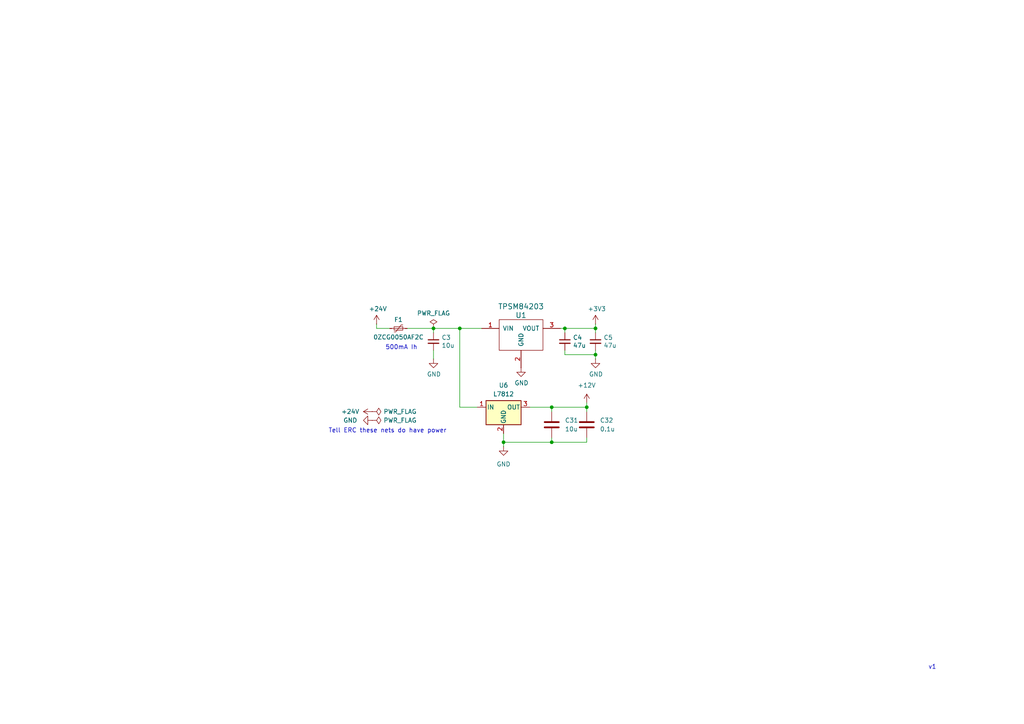
<source format=kicad_sch>
(kicad_sch
	(version 20231120)
	(generator "eeschema")
	(generator_version "8.0")
	(uuid "f06010ec-99bb-4461-8fc4-2d6c6caa8376")
	(paper "A4")
	(lib_symbols
		(symbol "CalSol_power:TPSM84205"
			(pin_names
				(offset 1.016)
			)
			(exclude_from_sim no)
			(in_bom yes)
			(on_board yes)
			(property "Reference" "U"
				(at 0 1.27 0)
				(effects
					(font
						(size 1.524 1.524)
					)
				)
			)
			(property "Value" "TPSM84205"
				(at 0 3.81 0)
				(effects
					(font
						(size 1.524 1.524)
					)
				)
			)
			(property "Footprint" ""
				(at 0 -11.43 0)
				(effects
					(font
						(size 1.524 1.524)
					)
					(hide yes)
				)
			)
			(property "Datasheet" "http://www.ti.com/lit/ds/symlink/tpsm84203.pdf"
				(at 3.81 12.7 0)
				(effects
					(font
						(size 1.524 1.524)
					)
					(hide yes)
				)
			)
			(property "Description" ""
				(at 0 0 0)
				(effects
					(font
						(size 1.27 1.27)
					)
					(hide yes)
				)
			)
			(property "Digikey" "https://www.digikey.com/short/qc2jbc"
				(at 3.81 10.16 0)
				(effects
					(font
						(size 1.524 1.524)
					)
					(hide yes)
				)
			)
			(symbol "TPSM84205_0_1"
				(rectangle
					(start -6.35 0)
					(end 6.35 -8.89)
					(stroke
						(width 0)
						(type solid)
					)
					(fill
						(type none)
					)
				)
			)
			(symbol "TPSM84205_1_1"
				(pin power_in line
					(at -11.43 -2.54 0)
					(length 5.08)
					(name "VIN"
						(effects
							(font
								(size 1.27 1.27)
							)
						)
					)
					(number "1"
						(effects
							(font
								(size 1.27 1.27)
							)
						)
					)
				)
				(pin power_in line
					(at 0 -13.97 90)
					(length 5.08)
					(name "GND"
						(effects
							(font
								(size 1.27 1.27)
							)
						)
					)
					(number "2"
						(effects
							(font
								(size 1.27 1.27)
							)
						)
					)
				)
				(pin power_out line
					(at 11.43 -2.54 180)
					(length 5.08)
					(name "VOUT"
						(effects
							(font
								(size 1.27 1.27)
							)
						)
					)
					(number "3"
						(effects
							(font
								(size 1.27 1.27)
							)
						)
					)
				)
			)
		)
		(symbol "Device:C"
			(pin_numbers hide)
			(pin_names
				(offset 0.254)
			)
			(exclude_from_sim no)
			(in_bom yes)
			(on_board yes)
			(property "Reference" "C"
				(at 0.635 2.54 0)
				(effects
					(font
						(size 1.27 1.27)
					)
					(justify left)
				)
			)
			(property "Value" "C"
				(at 0.635 -2.54 0)
				(effects
					(font
						(size 1.27 1.27)
					)
					(justify left)
				)
			)
			(property "Footprint" ""
				(at 0.9652 -3.81 0)
				(effects
					(font
						(size 1.27 1.27)
					)
					(hide yes)
				)
			)
			(property "Datasheet" "~"
				(at 0 0 0)
				(effects
					(font
						(size 1.27 1.27)
					)
					(hide yes)
				)
			)
			(property "Description" "Unpolarized capacitor"
				(at 0 0 0)
				(effects
					(font
						(size 1.27 1.27)
					)
					(hide yes)
				)
			)
			(property "ki_keywords" "cap capacitor"
				(at 0 0 0)
				(effects
					(font
						(size 1.27 1.27)
					)
					(hide yes)
				)
			)
			(property "ki_fp_filters" "C_*"
				(at 0 0 0)
				(effects
					(font
						(size 1.27 1.27)
					)
					(hide yes)
				)
			)
			(symbol "C_0_1"
				(polyline
					(pts
						(xy -2.032 -0.762) (xy 2.032 -0.762)
					)
					(stroke
						(width 0.508)
						(type default)
					)
					(fill
						(type none)
					)
				)
				(polyline
					(pts
						(xy -2.032 0.762) (xy 2.032 0.762)
					)
					(stroke
						(width 0.508)
						(type default)
					)
					(fill
						(type none)
					)
				)
			)
			(symbol "C_1_1"
				(pin passive line
					(at 0 3.81 270)
					(length 2.794)
					(name "~"
						(effects
							(font
								(size 1.27 1.27)
							)
						)
					)
					(number "1"
						(effects
							(font
								(size 1.27 1.27)
							)
						)
					)
				)
				(pin passive line
					(at 0 -3.81 90)
					(length 2.794)
					(name "~"
						(effects
							(font
								(size 1.27 1.27)
							)
						)
					)
					(number "2"
						(effects
							(font
								(size 1.27 1.27)
							)
						)
					)
				)
			)
		)
		(symbol "Device:C_Small"
			(pin_numbers hide)
			(pin_names
				(offset 0.254) hide)
			(exclude_from_sim no)
			(in_bom yes)
			(on_board yes)
			(property "Reference" "C"
				(at 0.254 1.778 0)
				(effects
					(font
						(size 1.27 1.27)
					)
					(justify left)
				)
			)
			(property "Value" "C_Small"
				(at 0.254 -2.032 0)
				(effects
					(font
						(size 1.27 1.27)
					)
					(justify left)
				)
			)
			(property "Footprint" ""
				(at 0 0 0)
				(effects
					(font
						(size 1.27 1.27)
					)
					(hide yes)
				)
			)
			(property "Datasheet" "~"
				(at 0 0 0)
				(effects
					(font
						(size 1.27 1.27)
					)
					(hide yes)
				)
			)
			(property "Description" "Unpolarized capacitor, small symbol"
				(at 0 0 0)
				(effects
					(font
						(size 1.27 1.27)
					)
					(hide yes)
				)
			)
			(property "ki_keywords" "capacitor cap"
				(at 0 0 0)
				(effects
					(font
						(size 1.27 1.27)
					)
					(hide yes)
				)
			)
			(property "ki_fp_filters" "C_*"
				(at 0 0 0)
				(effects
					(font
						(size 1.27 1.27)
					)
					(hide yes)
				)
			)
			(symbol "C_Small_0_1"
				(polyline
					(pts
						(xy -1.524 -0.508) (xy 1.524 -0.508)
					)
					(stroke
						(width 0.3302)
						(type default)
					)
					(fill
						(type none)
					)
				)
				(polyline
					(pts
						(xy -1.524 0.508) (xy 1.524 0.508)
					)
					(stroke
						(width 0.3048)
						(type default)
					)
					(fill
						(type none)
					)
				)
			)
			(symbol "C_Small_1_1"
				(pin passive line
					(at 0 2.54 270)
					(length 2.032)
					(name "~"
						(effects
							(font
								(size 1.27 1.27)
							)
						)
					)
					(number "1"
						(effects
							(font
								(size 1.27 1.27)
							)
						)
					)
				)
				(pin passive line
					(at 0 -2.54 90)
					(length 2.032)
					(name "~"
						(effects
							(font
								(size 1.27 1.27)
							)
						)
					)
					(number "2"
						(effects
							(font
								(size 1.27 1.27)
							)
						)
					)
				)
			)
		)
		(symbol "Device:Polyfuse_Small"
			(pin_numbers hide)
			(pin_names
				(offset 0)
			)
			(exclude_from_sim no)
			(in_bom yes)
			(on_board yes)
			(property "Reference" "F"
				(at -1.905 0 90)
				(effects
					(font
						(size 1.27 1.27)
					)
				)
			)
			(property "Value" "Polyfuse_Small"
				(at 1.905 0 90)
				(effects
					(font
						(size 1.27 1.27)
					)
				)
			)
			(property "Footprint" ""
				(at 1.27 -5.08 0)
				(effects
					(font
						(size 1.27 1.27)
					)
					(justify left)
					(hide yes)
				)
			)
			(property "Datasheet" "~"
				(at 0 0 0)
				(effects
					(font
						(size 1.27 1.27)
					)
					(hide yes)
				)
			)
			(property "Description" "Resettable fuse, polymeric positive temperature coefficient, small symbol"
				(at 0 0 0)
				(effects
					(font
						(size 1.27 1.27)
					)
					(hide yes)
				)
			)
			(property "ki_keywords" "resettable fuse PTC PPTC polyfuse polyswitch"
				(at 0 0 0)
				(effects
					(font
						(size 1.27 1.27)
					)
					(hide yes)
				)
			)
			(property "ki_fp_filters" "*polyfuse* *PTC*"
				(at 0 0 0)
				(effects
					(font
						(size 1.27 1.27)
					)
					(hide yes)
				)
			)
			(symbol "Polyfuse_Small_0_1"
				(rectangle
					(start -0.508 1.27)
					(end 0.508 -1.27)
					(stroke
						(width 0)
						(type default)
					)
					(fill
						(type none)
					)
				)
				(polyline
					(pts
						(xy 0 2.54) (xy 0 -2.54)
					)
					(stroke
						(width 0)
						(type default)
					)
					(fill
						(type none)
					)
				)
				(polyline
					(pts
						(xy -1.016 1.27) (xy -1.016 0.762) (xy 1.016 -0.762) (xy 1.016 -1.27)
					)
					(stroke
						(width 0)
						(type default)
					)
					(fill
						(type none)
					)
				)
			)
			(symbol "Polyfuse_Small_1_1"
				(pin passive line
					(at 0 2.54 270)
					(length 0.635)
					(name "~"
						(effects
							(font
								(size 1.27 1.27)
							)
						)
					)
					(number "1"
						(effects
							(font
								(size 1.27 1.27)
							)
						)
					)
				)
				(pin passive line
					(at 0 -2.54 90)
					(length 0.635)
					(name "~"
						(effects
							(font
								(size 1.27 1.27)
							)
						)
					)
					(number "2"
						(effects
							(font
								(size 1.27 1.27)
							)
						)
					)
				)
			)
		)
		(symbol "Regulator_Linear:L7812"
			(pin_names
				(offset 0.254)
			)
			(exclude_from_sim no)
			(in_bom yes)
			(on_board yes)
			(property "Reference" "U"
				(at -3.81 3.175 0)
				(effects
					(font
						(size 1.27 1.27)
					)
				)
			)
			(property "Value" "L7812"
				(at 0 3.175 0)
				(effects
					(font
						(size 1.27 1.27)
					)
					(justify left)
				)
			)
			(property "Footprint" ""
				(at 0.635 -3.81 0)
				(effects
					(font
						(size 1.27 1.27)
						(italic yes)
					)
					(justify left)
					(hide yes)
				)
			)
			(property "Datasheet" "http://www.st.com/content/ccc/resource/technical/document/datasheet/41/4f/b3/b0/12/d4/47/88/CD00000444.pdf/files/CD00000444.pdf/jcr:content/translations/en.CD00000444.pdf"
				(at 0 -1.27 0)
				(effects
					(font
						(size 1.27 1.27)
					)
					(hide yes)
				)
			)
			(property "Description" "Positive 1.5A 35V Linear Regulator, Fixed Output 12V, TO-220/TO-263/TO-252"
				(at 0 0 0)
				(effects
					(font
						(size 1.27 1.27)
					)
					(hide yes)
				)
			)
			(property "ki_keywords" "Voltage Regulator 1.5A Positive"
				(at 0 0 0)
				(effects
					(font
						(size 1.27 1.27)
					)
					(hide yes)
				)
			)
			(property "ki_fp_filters" "TO?252* TO?263* TO?220*"
				(at 0 0 0)
				(effects
					(font
						(size 1.27 1.27)
					)
					(hide yes)
				)
			)
			(symbol "L7812_0_1"
				(rectangle
					(start -5.08 1.905)
					(end 5.08 -5.08)
					(stroke
						(width 0.254)
						(type default)
					)
					(fill
						(type background)
					)
				)
			)
			(symbol "L7812_1_1"
				(pin power_in line
					(at -7.62 0 0)
					(length 2.54)
					(name "IN"
						(effects
							(font
								(size 1.27 1.27)
							)
						)
					)
					(number "1"
						(effects
							(font
								(size 1.27 1.27)
							)
						)
					)
				)
				(pin power_in line
					(at 0 -7.62 90)
					(length 2.54)
					(name "GND"
						(effects
							(font
								(size 1.27 1.27)
							)
						)
					)
					(number "2"
						(effects
							(font
								(size 1.27 1.27)
							)
						)
					)
				)
				(pin power_out line
					(at 7.62 0 180)
					(length 2.54)
					(name "OUT"
						(effects
							(font
								(size 1.27 1.27)
							)
						)
					)
					(number "3"
						(effects
							(font
								(size 1.27 1.27)
							)
						)
					)
				)
			)
		)
		(symbol "power:+12V"
			(power)
			(pin_numbers hide)
			(pin_names
				(offset 0) hide)
			(exclude_from_sim no)
			(in_bom yes)
			(on_board yes)
			(property "Reference" "#PWR"
				(at 0 -3.81 0)
				(effects
					(font
						(size 1.27 1.27)
					)
					(hide yes)
				)
			)
			(property "Value" "+12V"
				(at 0 3.556 0)
				(effects
					(font
						(size 1.27 1.27)
					)
				)
			)
			(property "Footprint" ""
				(at 0 0 0)
				(effects
					(font
						(size 1.27 1.27)
					)
					(hide yes)
				)
			)
			(property "Datasheet" ""
				(at 0 0 0)
				(effects
					(font
						(size 1.27 1.27)
					)
					(hide yes)
				)
			)
			(property "Description" "Power symbol creates a global label with name \"+12V\""
				(at 0 0 0)
				(effects
					(font
						(size 1.27 1.27)
					)
					(hide yes)
				)
			)
			(property "ki_keywords" "global power"
				(at 0 0 0)
				(effects
					(font
						(size 1.27 1.27)
					)
					(hide yes)
				)
			)
			(symbol "+12V_0_1"
				(polyline
					(pts
						(xy -0.762 1.27) (xy 0 2.54)
					)
					(stroke
						(width 0)
						(type default)
					)
					(fill
						(type none)
					)
				)
				(polyline
					(pts
						(xy 0 0) (xy 0 2.54)
					)
					(stroke
						(width 0)
						(type default)
					)
					(fill
						(type none)
					)
				)
				(polyline
					(pts
						(xy 0 2.54) (xy 0.762 1.27)
					)
					(stroke
						(width 0)
						(type default)
					)
					(fill
						(type none)
					)
				)
			)
			(symbol "+12V_1_1"
				(pin power_in line
					(at 0 0 90)
					(length 0)
					(name "~"
						(effects
							(font
								(size 1.27 1.27)
							)
						)
					)
					(number "1"
						(effects
							(font
								(size 1.27 1.27)
							)
						)
					)
				)
			)
		)
		(symbol "power:+24V"
			(power)
			(pin_numbers hide)
			(pin_names
				(offset 0) hide)
			(exclude_from_sim no)
			(in_bom yes)
			(on_board yes)
			(property "Reference" "#PWR"
				(at 0 -3.81 0)
				(effects
					(font
						(size 1.27 1.27)
					)
					(hide yes)
				)
			)
			(property "Value" "+24V"
				(at 0 3.556 0)
				(effects
					(font
						(size 1.27 1.27)
					)
				)
			)
			(property "Footprint" ""
				(at 0 0 0)
				(effects
					(font
						(size 1.27 1.27)
					)
					(hide yes)
				)
			)
			(property "Datasheet" ""
				(at 0 0 0)
				(effects
					(font
						(size 1.27 1.27)
					)
					(hide yes)
				)
			)
			(property "Description" "Power symbol creates a global label with name \"+24V\""
				(at 0 0 0)
				(effects
					(font
						(size 1.27 1.27)
					)
					(hide yes)
				)
			)
			(property "ki_keywords" "global power"
				(at 0 0 0)
				(effects
					(font
						(size 1.27 1.27)
					)
					(hide yes)
				)
			)
			(symbol "+24V_0_1"
				(polyline
					(pts
						(xy -0.762 1.27) (xy 0 2.54)
					)
					(stroke
						(width 0)
						(type default)
					)
					(fill
						(type none)
					)
				)
				(polyline
					(pts
						(xy 0 0) (xy 0 2.54)
					)
					(stroke
						(width 0)
						(type default)
					)
					(fill
						(type none)
					)
				)
				(polyline
					(pts
						(xy 0 2.54) (xy 0.762 1.27)
					)
					(stroke
						(width 0)
						(type default)
					)
					(fill
						(type none)
					)
				)
			)
			(symbol "+24V_1_1"
				(pin power_in line
					(at 0 0 90)
					(length 0)
					(name "~"
						(effects
							(font
								(size 1.27 1.27)
							)
						)
					)
					(number "1"
						(effects
							(font
								(size 1.27 1.27)
							)
						)
					)
				)
			)
		)
		(symbol "power:+3V3"
			(power)
			(pin_numbers hide)
			(pin_names
				(offset 0) hide)
			(exclude_from_sim no)
			(in_bom yes)
			(on_board yes)
			(property "Reference" "#PWR"
				(at 0 -3.81 0)
				(effects
					(font
						(size 1.27 1.27)
					)
					(hide yes)
				)
			)
			(property "Value" "+3V3"
				(at 0 3.556 0)
				(effects
					(font
						(size 1.27 1.27)
					)
				)
			)
			(property "Footprint" ""
				(at 0 0 0)
				(effects
					(font
						(size 1.27 1.27)
					)
					(hide yes)
				)
			)
			(property "Datasheet" ""
				(at 0 0 0)
				(effects
					(font
						(size 1.27 1.27)
					)
					(hide yes)
				)
			)
			(property "Description" "Power symbol creates a global label with name \"+3V3\""
				(at 0 0 0)
				(effects
					(font
						(size 1.27 1.27)
					)
					(hide yes)
				)
			)
			(property "ki_keywords" "global power"
				(at 0 0 0)
				(effects
					(font
						(size 1.27 1.27)
					)
					(hide yes)
				)
			)
			(symbol "+3V3_0_1"
				(polyline
					(pts
						(xy -0.762 1.27) (xy 0 2.54)
					)
					(stroke
						(width 0)
						(type default)
					)
					(fill
						(type none)
					)
				)
				(polyline
					(pts
						(xy 0 0) (xy 0 2.54)
					)
					(stroke
						(width 0)
						(type default)
					)
					(fill
						(type none)
					)
				)
				(polyline
					(pts
						(xy 0 2.54) (xy 0.762 1.27)
					)
					(stroke
						(width 0)
						(type default)
					)
					(fill
						(type none)
					)
				)
			)
			(symbol "+3V3_1_1"
				(pin power_in line
					(at 0 0 90)
					(length 0)
					(name "~"
						(effects
							(font
								(size 1.27 1.27)
							)
						)
					)
					(number "1"
						(effects
							(font
								(size 1.27 1.27)
							)
						)
					)
				)
			)
		)
		(symbol "power:GND"
			(power)
			(pin_numbers hide)
			(pin_names
				(offset 0) hide)
			(exclude_from_sim no)
			(in_bom yes)
			(on_board yes)
			(property "Reference" "#PWR"
				(at 0 -6.35 0)
				(effects
					(font
						(size 1.27 1.27)
					)
					(hide yes)
				)
			)
			(property "Value" "GND"
				(at 0 -3.81 0)
				(effects
					(font
						(size 1.27 1.27)
					)
				)
			)
			(property "Footprint" ""
				(at 0 0 0)
				(effects
					(font
						(size 1.27 1.27)
					)
					(hide yes)
				)
			)
			(property "Datasheet" ""
				(at 0 0 0)
				(effects
					(font
						(size 1.27 1.27)
					)
					(hide yes)
				)
			)
			(property "Description" "Power symbol creates a global label with name \"GND\" , ground"
				(at 0 0 0)
				(effects
					(font
						(size 1.27 1.27)
					)
					(hide yes)
				)
			)
			(property "ki_keywords" "global power"
				(at 0 0 0)
				(effects
					(font
						(size 1.27 1.27)
					)
					(hide yes)
				)
			)
			(symbol "GND_0_1"
				(polyline
					(pts
						(xy 0 0) (xy 0 -1.27) (xy 1.27 -1.27) (xy 0 -2.54) (xy -1.27 -1.27) (xy 0 -1.27)
					)
					(stroke
						(width 0)
						(type default)
					)
					(fill
						(type none)
					)
				)
			)
			(symbol "GND_1_1"
				(pin power_in line
					(at 0 0 270)
					(length 0)
					(name "~"
						(effects
							(font
								(size 1.27 1.27)
							)
						)
					)
					(number "1"
						(effects
							(font
								(size 1.27 1.27)
							)
						)
					)
				)
			)
		)
		(symbol "power:PWR_FLAG"
			(power)
			(pin_numbers hide)
			(pin_names
				(offset 0) hide)
			(exclude_from_sim no)
			(in_bom yes)
			(on_board yes)
			(property "Reference" "#FLG"
				(at 0 1.905 0)
				(effects
					(font
						(size 1.27 1.27)
					)
					(hide yes)
				)
			)
			(property "Value" "PWR_FLAG"
				(at 0 3.81 0)
				(effects
					(font
						(size 1.27 1.27)
					)
				)
			)
			(property "Footprint" ""
				(at 0 0 0)
				(effects
					(font
						(size 1.27 1.27)
					)
					(hide yes)
				)
			)
			(property "Datasheet" "~"
				(at 0 0 0)
				(effects
					(font
						(size 1.27 1.27)
					)
					(hide yes)
				)
			)
			(property "Description" "Special symbol for telling ERC where power comes from"
				(at 0 0 0)
				(effects
					(font
						(size 1.27 1.27)
					)
					(hide yes)
				)
			)
			(property "ki_keywords" "flag power"
				(at 0 0 0)
				(effects
					(font
						(size 1.27 1.27)
					)
					(hide yes)
				)
			)
			(symbol "PWR_FLAG_0_0"
				(pin power_out line
					(at 0 0 90)
					(length 0)
					(name "~"
						(effects
							(font
								(size 1.27 1.27)
							)
						)
					)
					(number "1"
						(effects
							(font
								(size 1.27 1.27)
							)
						)
					)
				)
			)
			(symbol "PWR_FLAG_0_1"
				(polyline
					(pts
						(xy 0 0) (xy 0 1.27) (xy -1.016 1.905) (xy 0 2.54) (xy 1.016 1.905) (xy 0 1.27)
					)
					(stroke
						(width 0)
						(type default)
					)
					(fill
						(type none)
					)
				)
			)
		)
	)
	(junction
		(at 146.05 128.27)
		(diameter 0)
		(color 0 0 0 0)
		(uuid "2785fe95-835d-465e-a5c7-4e1199217b86")
	)
	(junction
		(at 125.73 95.25)
		(diameter 0)
		(color 0 0 0 0)
		(uuid "48a93bfe-dcc4-41a5-add5-5597f42250ff")
	)
	(junction
		(at 163.83 95.25)
		(diameter 0)
		(color 0 0 0 0)
		(uuid "4bf00a46-b784-40ca-a441-3ec7f8eb12fa")
	)
	(junction
		(at 170.18 118.11)
		(diameter 0)
		(color 0 0 0 0)
		(uuid "534382e8-cfde-4190-a164-7840d1264705")
	)
	(junction
		(at 133.35 95.25)
		(diameter 0)
		(color 0 0 0 0)
		(uuid "64c639c4-a1ab-4cce-8214-5542c1de912d")
	)
	(junction
		(at 172.72 95.25)
		(diameter 0)
		(color 0 0 0 0)
		(uuid "6b8b1b65-b30d-47c9-a6bc-f1c714d428cd")
	)
	(junction
		(at 160.02 118.11)
		(diameter 0)
		(color 0 0 0 0)
		(uuid "97e7913b-d11a-4fe9-9ea9-9a8cc9910127")
	)
	(junction
		(at 160.02 128.27)
		(diameter 0)
		(color 0 0 0 0)
		(uuid "a2ad1fe4-d57f-4fd1-81db-54b36ca13380")
	)
	(junction
		(at 172.72 102.87)
		(diameter 0)
		(color 0 0 0 0)
		(uuid "a3a9724f-e775-457b-8613-2c558feca4ba")
	)
	(wire
		(pts
			(xy 163.83 101.6) (xy 163.83 102.87)
		)
		(stroke
			(width 0)
			(type default)
		)
		(uuid "0908e02a-e6d1-4639-ab8e-66ed2a6cde21")
	)
	(wire
		(pts
			(xy 172.72 102.87) (xy 172.72 101.6)
		)
		(stroke
			(width 0)
			(type default)
		)
		(uuid "2013021f-7c3f-4375-9093-95ab20a5f611")
	)
	(wire
		(pts
			(xy 160.02 128.27) (xy 146.05 128.27)
		)
		(stroke
			(width 0)
			(type default)
		)
		(uuid "2381d618-1b5e-49f9-a21f-fa1cdd8f5be9")
	)
	(wire
		(pts
			(xy 125.73 95.25) (xy 133.35 95.25)
		)
		(stroke
			(width 0)
			(type default)
		)
		(uuid "2441c69f-8771-4821-8192-96aee947d6ff")
	)
	(wire
		(pts
			(xy 160.02 118.11) (xy 153.67 118.11)
		)
		(stroke
			(width 0)
			(type default)
		)
		(uuid "2bcce26c-1e48-409e-945f-1a9316f24ebc")
	)
	(wire
		(pts
			(xy 163.83 102.87) (xy 172.72 102.87)
		)
		(stroke
			(width 0)
			(type default)
		)
		(uuid "32995076-d1f1-4add-914a-b1ee5394db0e")
	)
	(wire
		(pts
			(xy 109.22 95.25) (xy 113.03 95.25)
		)
		(stroke
			(width 0)
			(type default)
		)
		(uuid "43bfe425-b138-4354-bf7a-6d4ca65f0b96")
	)
	(wire
		(pts
			(xy 160.02 119.38) (xy 160.02 118.11)
		)
		(stroke
			(width 0)
			(type default)
		)
		(uuid "48165c38-0b53-4234-a61b-73478a05ade7")
	)
	(wire
		(pts
			(xy 172.72 104.14) (xy 172.72 102.87)
		)
		(stroke
			(width 0)
			(type default)
		)
		(uuid "49d63579-9ec5-41d3-a142-db689dd9a3e1")
	)
	(wire
		(pts
			(xy 170.18 119.38) (xy 170.18 118.11)
		)
		(stroke
			(width 0)
			(type default)
		)
		(uuid "4a6bfc43-bcf7-4141-8df1-7c266eb4e914")
	)
	(wire
		(pts
			(xy 133.35 118.11) (xy 138.43 118.11)
		)
		(stroke
			(width 0)
			(type default)
		)
		(uuid "59f634d5-1e87-4722-8b67-9e0d2b8d3bc1")
	)
	(wire
		(pts
			(xy 133.35 95.25) (xy 133.35 118.11)
		)
		(stroke
			(width 0)
			(type default)
		)
		(uuid "6741b086-c77b-4957-af18-324c3bdb2fe4")
	)
	(wire
		(pts
			(xy 170.18 116.84) (xy 170.18 118.11)
		)
		(stroke
			(width 0)
			(type default)
		)
		(uuid "686f5b8d-ae7a-4904-a16c-c93a32665a6d")
	)
	(wire
		(pts
			(xy 118.11 95.25) (xy 125.73 95.25)
		)
		(stroke
			(width 0)
			(type default)
		)
		(uuid "6d0216e8-6c4a-4d91-8761-2459c9a63205")
	)
	(wire
		(pts
			(xy 170.18 127) (xy 170.18 128.27)
		)
		(stroke
			(width 0)
			(type default)
		)
		(uuid "7816cd9d-7afb-4845-a442-34cb1d33aa2c")
	)
	(wire
		(pts
			(xy 172.72 95.25) (xy 172.72 93.98)
		)
		(stroke
			(width 0)
			(type default)
		)
		(uuid "97c5e106-a0a8-4f5a-b91d-7a28a6159d70")
	)
	(wire
		(pts
			(xy 125.73 104.14) (xy 125.73 101.6)
		)
		(stroke
			(width 0)
			(type default)
		)
		(uuid "99f1c8b5-e196-473d-8182-3492f5799da5")
	)
	(wire
		(pts
			(xy 162.56 95.25) (xy 163.83 95.25)
		)
		(stroke
			(width 0)
			(type default)
		)
		(uuid "abec22c9-03ea-41b7-be57-d4c1cad52c27")
	)
	(wire
		(pts
			(xy 146.05 125.73) (xy 146.05 128.27)
		)
		(stroke
			(width 0)
			(type default)
		)
		(uuid "ac0f6508-b2c3-4c17-9415-8ef94b07975e")
	)
	(wire
		(pts
			(xy 133.35 95.25) (xy 139.7 95.25)
		)
		(stroke
			(width 0)
			(type default)
		)
		(uuid "b0931f4b-7f10-4a15-a6b0-82ef4162d70d")
	)
	(wire
		(pts
			(xy 125.73 96.52) (xy 125.73 95.25)
		)
		(stroke
			(width 0)
			(type default)
		)
		(uuid "c2d35238-bbd0-48ce-8d28-c836ddff7008")
	)
	(wire
		(pts
			(xy 109.22 93.98) (xy 109.22 95.25)
		)
		(stroke
			(width 0)
			(type default)
		)
		(uuid "cbc0d19b-cd9e-493f-8f4c-89272340ef79")
	)
	(wire
		(pts
			(xy 160.02 128.27) (xy 170.18 128.27)
		)
		(stroke
			(width 0)
			(type default)
		)
		(uuid "d7f00fbb-d4e3-470e-9618-ab31ca20217e")
	)
	(wire
		(pts
			(xy 172.72 96.52) (xy 172.72 95.25)
		)
		(stroke
			(width 0)
			(type default)
		)
		(uuid "d967d6dc-fd9f-476f-bb90-ed6cb1432aca")
	)
	(wire
		(pts
			(xy 160.02 127) (xy 160.02 128.27)
		)
		(stroke
			(width 0)
			(type default)
		)
		(uuid "e2f02fee-f528-43b7-9cf8-0b86af86a4e9")
	)
	(wire
		(pts
			(xy 163.83 96.52) (xy 163.83 95.25)
		)
		(stroke
			(width 0)
			(type default)
		)
		(uuid "e332de72-d867-4653-8d46-9676f1bd9919")
	)
	(wire
		(pts
			(xy 160.02 118.11) (xy 170.18 118.11)
		)
		(stroke
			(width 0)
			(type default)
		)
		(uuid "e54808fa-018f-4417-8271-746748885581")
	)
	(wire
		(pts
			(xy 146.05 128.27) (xy 146.05 129.54)
		)
		(stroke
			(width 0)
			(type default)
		)
		(uuid "ef4f75f3-4a94-4e80-b3eb-6b4ed5fcd708")
	)
	(wire
		(pts
			(xy 163.83 95.25) (xy 172.72 95.25)
		)
		(stroke
			(width 0)
			(type default)
		)
		(uuid "f4074431-ac08-4d9e-a454-562c9c3376c5")
	)
	(text "500mA Ih"
		(exclude_from_sim no)
		(at 111.76 101.6 0)
		(effects
			(font
				(size 1.27 1.27)
			)
			(justify left bottom)
		)
		(uuid "94ede5ad-608d-4bcb-95e0-d06c9918df26")
	)
	(text "v1"
		(exclude_from_sim no)
		(at 269.24 194.31 0)
		(effects
			(font
				(size 1.27 1.27)
			)
			(justify left bottom)
		)
		(uuid "ce071193-a510-4929-93d8-d077f3db98d6")
	)
	(text "Tell ERC these nets do have power"
		(exclude_from_sim no)
		(at 95.25 125.73 0)
		(effects
			(font
				(size 1.27 1.27)
			)
			(justify left bottom)
		)
		(uuid "d335aba9-50d1-48ea-ab52-2efba86e4532")
	)
	(symbol
		(lib_id "CalSol_power:TPSM84205")
		(at 151.13 92.71 0)
		(unit 1)
		(exclude_from_sim no)
		(in_bom yes)
		(on_board yes)
		(dnp no)
		(uuid "00000000-0000-0000-0000-000061ab3d0c")
		(property "Reference" "U1"
			(at 151.13 91.44 0)
			(effects
				(font
					(size 1.524 1.524)
				)
			)
		)
		(property "Value" "TPSM84203"
			(at 151.13 88.9 0)
			(effects
				(font
					(size 1.524 1.524)
				)
			)
		)
		(property "Footprint" "layout:TI-SIP_3"
			(at 157.48 104.14 0)
			(effects
				(font
					(size 1.524 1.524)
				)
				(hide yes)
			)
		)
		(property "Datasheet" "http://www.ti.com/lit/ds/symlink/tpsm84203.pdf"
			(at 161.29 80.01 0)
			(effects
				(font
					(size 1.524 1.524)
				)
				(hide yes)
			)
		)
		(property "Description" ""
			(at 151.13 92.71 0)
			(effects
				(font
					(size 1.27 1.27)
				)
				(hide yes)
			)
		)
		(property "Digikey" "https://www.digikey.com/short/qc2jbc"
			(at 161.29 82.55 0)
			(effects
				(font
					(size 1.524 1.524)
				)
				(hide yes)
			)
		)
		(pin "2"
			(uuid "53223fcc-7d9e-4910-85c6-aaa8007b2abe")
		)
		(pin "1"
			(uuid "3b0f80d5-d81f-429f-becf-e46a9ea6cce2")
		)
		(pin "3"
			(uuid "0d44d85f-01d4-4cc8-9dd2-7896dd7ee364")
		)
		(instances
			(project "Template"
				(path "/bac9685e-5a25-4a6d-827a-3e0ea9740301/00000000-0000-0000-0000-000059c411a9"
					(reference "U1")
					(unit 1)
				)
			)
		)
	)
	(symbol
		(lib_id "Device:Polyfuse_Small")
		(at 115.57 95.25 270)
		(unit 1)
		(exclude_from_sim no)
		(in_bom yes)
		(on_board yes)
		(dnp no)
		(uuid "00000000-0000-0000-0000-000061b07613")
		(property "Reference" "F1"
			(at 115.57 92.71 90)
			(effects
				(font
					(size 1.27 1.27)
				)
			)
		)
		(property "Value" "0ZCG0050AF2C"
			(at 115.57 97.79 90)
			(effects
				(font
					(size 1.27 1.27)
				)
			)
		)
		(property "Footprint" "Fuse:Fuse_1812_4532Metric"
			(at 110.49 96.52 0)
			(effects
				(font
					(size 1.27 1.27)
				)
				(justify left)
				(hide yes)
			)
		)
		(property "Datasheet" "~"
			(at 115.57 95.25 0)
			(effects
				(font
					(size 1.27 1.27)
				)
				(hide yes)
			)
		)
		(property "Description" ""
			(at 115.57 95.25 0)
			(effects
				(font
					(size 1.27 1.27)
				)
				(hide yes)
			)
		)
		(pin "2"
			(uuid "02f2ed1c-c4ca-4954-8dc3-69eb80de1a9d")
		)
		(pin "1"
			(uuid "2b0dc32a-7c62-45fc-8adf-f0bee6431d2a")
		)
		(instances
			(project "Template"
				(path "/bac9685e-5a25-4a6d-827a-3e0ea9740301/00000000-0000-0000-0000-000059c411a9"
					(reference "F1")
					(unit 1)
				)
			)
		)
	)
	(symbol
		(lib_id "power:+24V")
		(at 109.22 93.98 0)
		(unit 1)
		(exclude_from_sim no)
		(in_bom yes)
		(on_board yes)
		(dnp no)
		(uuid "00000000-0000-0000-0000-000061b09dc4")
		(property "Reference" "#PWR0114"
			(at 109.22 97.79 0)
			(effects
				(font
					(size 1.27 1.27)
				)
				(hide yes)
			)
		)
		(property "Value" "+24V"
			(at 109.601 89.5858 0)
			(effects
				(font
					(size 1.27 1.27)
				)
			)
		)
		(property "Footprint" ""
			(at 109.22 93.98 0)
			(effects
				(font
					(size 1.27 1.27)
				)
				(hide yes)
			)
		)
		(property "Datasheet" ""
			(at 109.22 93.98 0)
			(effects
				(font
					(size 1.27 1.27)
				)
				(hide yes)
			)
		)
		(property "Description" ""
			(at 109.22 93.98 0)
			(effects
				(font
					(size 1.27 1.27)
				)
				(hide yes)
			)
		)
		(pin "1"
			(uuid "68f4fae5-085a-4280-9cc6-89eb39db1c83")
		)
		(instances
			(project "Template"
				(path "/bac9685e-5a25-4a6d-827a-3e0ea9740301/00000000-0000-0000-0000-000059c411a9"
					(reference "#PWR0114")
					(unit 1)
				)
			)
		)
	)
	(symbol
		(lib_id "power:+3V3")
		(at 172.72 93.98 0)
		(unit 1)
		(exclude_from_sim no)
		(in_bom yes)
		(on_board yes)
		(dnp no)
		(uuid "00000000-0000-0000-0000-000061b0a5d6")
		(property "Reference" "#PWR0117"
			(at 172.72 97.79 0)
			(effects
				(font
					(size 1.27 1.27)
				)
				(hide yes)
			)
		)
		(property "Value" "+3V3"
			(at 173.101 89.5858 0)
			(effects
				(font
					(size 1.27 1.27)
				)
			)
		)
		(property "Footprint" ""
			(at 172.72 93.98 0)
			(effects
				(font
					(size 1.27 1.27)
				)
				(hide yes)
			)
		)
		(property "Datasheet" ""
			(at 172.72 93.98 0)
			(effects
				(font
					(size 1.27 1.27)
				)
				(hide yes)
			)
		)
		(property "Description" ""
			(at 172.72 93.98 0)
			(effects
				(font
					(size 1.27 1.27)
				)
				(hide yes)
			)
		)
		(pin "1"
			(uuid "6a7f005d-3fa2-47e7-ba2d-691402f31433")
		)
		(instances
			(project "Template"
				(path "/bac9685e-5a25-4a6d-827a-3e0ea9740301/00000000-0000-0000-0000-000059c411a9"
					(reference "#PWR0117")
					(unit 1)
				)
			)
		)
	)
	(symbol
		(lib_id "power:GND")
		(at 151.13 106.68 0)
		(unit 1)
		(exclude_from_sim no)
		(in_bom yes)
		(on_board yes)
		(dnp no)
		(uuid "00000000-0000-0000-0000-000061b0b015")
		(property "Reference" "#PWR0112"
			(at 151.13 113.03 0)
			(effects
				(font
					(size 1.27 1.27)
				)
				(hide yes)
			)
		)
		(property "Value" "GND"
			(at 151.257 111.0742 0)
			(effects
				(font
					(size 1.27 1.27)
				)
			)
		)
		(property "Footprint" ""
			(at 151.13 106.68 0)
			(effects
				(font
					(size 1.27 1.27)
				)
				(hide yes)
			)
		)
		(property "Datasheet" ""
			(at 151.13 106.68 0)
			(effects
				(font
					(size 1.27 1.27)
				)
				(hide yes)
			)
		)
		(property "Description" ""
			(at 151.13 106.68 0)
			(effects
				(font
					(size 1.27 1.27)
				)
				(hide yes)
			)
		)
		(pin "1"
			(uuid "d61db6ae-720b-4589-843c-56d5e476508c")
		)
		(instances
			(project "Template"
				(path "/bac9685e-5a25-4a6d-827a-3e0ea9740301/00000000-0000-0000-0000-000059c411a9"
					(reference "#PWR0112")
					(unit 1)
				)
			)
		)
	)
	(symbol
		(lib_id "Device:C_Small")
		(at 125.73 99.06 0)
		(unit 1)
		(exclude_from_sim no)
		(in_bom yes)
		(on_board yes)
		(dnp no)
		(uuid "00000000-0000-0000-0000-000061b0c5b4")
		(property "Reference" "C3"
			(at 128.0668 97.8916 0)
			(effects
				(font
					(size 1.27 1.27)
				)
				(justify left)
			)
		)
		(property "Value" "10u"
			(at 128.0668 100.203 0)
			(effects
				(font
					(size 1.27 1.27)
				)
				(justify left)
			)
		)
		(property "Footprint" "Capacitor_SMD:C_1206_3216Metric"
			(at 125.73 99.06 0)
			(effects
				(font
					(size 1.27 1.27)
				)
				(hide yes)
			)
		)
		(property "Datasheet" "~"
			(at 125.73 99.06 0)
			(effects
				(font
					(size 1.27 1.27)
				)
				(hide yes)
			)
		)
		(property "Description" ""
			(at 125.73 99.06 0)
			(effects
				(font
					(size 1.27 1.27)
				)
				(hide yes)
			)
		)
		(pin "2"
			(uuid "e278b809-bfba-4d8f-84bf-e2da8645d472")
		)
		(pin "1"
			(uuid "724da0b0-d45f-44c5-adaa-9453cb037fe9")
		)
		(instances
			(project "Template"
				(path "/bac9685e-5a25-4a6d-827a-3e0ea9740301/00000000-0000-0000-0000-000059c411a9"
					(reference "C3")
					(unit 1)
				)
			)
		)
	)
	(symbol
		(lib_id "Device:C_Small")
		(at 163.83 99.06 0)
		(unit 1)
		(exclude_from_sim no)
		(in_bom yes)
		(on_board yes)
		(dnp no)
		(uuid "00000000-0000-0000-0000-000061b0d41f")
		(property "Reference" "C4"
			(at 166.1668 97.8916 0)
			(effects
				(font
					(size 1.27 1.27)
				)
				(justify left)
			)
		)
		(property "Value" "47u"
			(at 166.1668 100.203 0)
			(effects
				(font
					(size 1.27 1.27)
				)
				(justify left)
			)
		)
		(property "Footprint" "Capacitor_SMD:C_1206_3216Metric"
			(at 163.83 99.06 0)
			(effects
				(font
					(size 1.27 1.27)
				)
				(hide yes)
			)
		)
		(property "Datasheet" "~"
			(at 163.83 99.06 0)
			(effects
				(font
					(size 1.27 1.27)
				)
				(hide yes)
			)
		)
		(property "Description" ""
			(at 163.83 99.06 0)
			(effects
				(font
					(size 1.27 1.27)
				)
				(hide yes)
			)
		)
		(pin "1"
			(uuid "478f81d6-08c7-43cc-8fdd-48d63056b5c3")
		)
		(pin "2"
			(uuid "9c27edd3-0e69-49d2-9387-15117b46463c")
		)
		(instances
			(project "Template"
				(path "/bac9685e-5a25-4a6d-827a-3e0ea9740301/00000000-0000-0000-0000-000059c411a9"
					(reference "C4")
					(unit 1)
				)
			)
		)
	)
	(symbol
		(lib_id "Device:C_Small")
		(at 172.72 99.06 0)
		(unit 1)
		(exclude_from_sim no)
		(in_bom yes)
		(on_board yes)
		(dnp no)
		(uuid "00000000-0000-0000-0000-000061b0db3f")
		(property "Reference" "C5"
			(at 175.0568 97.8916 0)
			(effects
				(font
					(size 1.27 1.27)
				)
				(justify left)
			)
		)
		(property "Value" "47u"
			(at 175.0568 100.203 0)
			(effects
				(font
					(size 1.27 1.27)
				)
				(justify left)
			)
		)
		(property "Footprint" "Capacitor_SMD:C_1206_3216Metric"
			(at 172.72 99.06 0)
			(effects
				(font
					(size 1.27 1.27)
				)
				(hide yes)
			)
		)
		(property "Datasheet" "~"
			(at 172.72 99.06 0)
			(effects
				(font
					(size 1.27 1.27)
				)
				(hide yes)
			)
		)
		(property "Description" ""
			(at 172.72 99.06 0)
			(effects
				(font
					(size 1.27 1.27)
				)
				(hide yes)
			)
		)
		(pin "1"
			(uuid "21b00ddb-33b4-4d1b-8f14-15443bb9a245")
		)
		(pin "2"
			(uuid "2c6aa2e6-7d43-400a-b6f7-0da06fb8993c")
		)
		(instances
			(project "Template"
				(path "/bac9685e-5a25-4a6d-827a-3e0ea9740301/00000000-0000-0000-0000-000059c411a9"
					(reference "C5")
					(unit 1)
				)
			)
		)
	)
	(symbol
		(lib_id "power:GND")
		(at 172.72 104.14 0)
		(unit 1)
		(exclude_from_sim no)
		(in_bom yes)
		(on_board yes)
		(dnp no)
		(uuid "00000000-0000-0000-0000-000061b0f35e")
		(property "Reference" "#PWR0111"
			(at 172.72 110.49 0)
			(effects
				(font
					(size 1.27 1.27)
				)
				(hide yes)
			)
		)
		(property "Value" "GND"
			(at 172.847 108.5342 0)
			(effects
				(font
					(size 1.27 1.27)
				)
			)
		)
		(property "Footprint" ""
			(at 172.72 104.14 0)
			(effects
				(font
					(size 1.27 1.27)
				)
				(hide yes)
			)
		)
		(property "Datasheet" ""
			(at 172.72 104.14 0)
			(effects
				(font
					(size 1.27 1.27)
				)
				(hide yes)
			)
		)
		(property "Description" ""
			(at 172.72 104.14 0)
			(effects
				(font
					(size 1.27 1.27)
				)
				(hide yes)
			)
		)
		(pin "1"
			(uuid "2d5e5522-d3a3-4b66-9b4f-2948a9977eaa")
		)
		(instances
			(project "Template"
				(path "/bac9685e-5a25-4a6d-827a-3e0ea9740301/00000000-0000-0000-0000-000059c411a9"
					(reference "#PWR0111")
					(unit 1)
				)
			)
		)
	)
	(symbol
		(lib_id "power:GND")
		(at 125.73 104.14 0)
		(unit 1)
		(exclude_from_sim no)
		(in_bom yes)
		(on_board yes)
		(dnp no)
		(uuid "00000000-0000-0000-0000-000061b11663")
		(property "Reference" "#PWR0113"
			(at 125.73 110.49 0)
			(effects
				(font
					(size 1.27 1.27)
				)
				(hide yes)
			)
		)
		(property "Value" "GND"
			(at 125.857 108.5342 0)
			(effects
				(font
					(size 1.27 1.27)
				)
			)
		)
		(property "Footprint" ""
			(at 125.73 104.14 0)
			(effects
				(font
					(size 1.27 1.27)
				)
				(hide yes)
			)
		)
		(property "Datasheet" ""
			(at 125.73 104.14 0)
			(effects
				(font
					(size 1.27 1.27)
				)
				(hide yes)
			)
		)
		(property "Description" ""
			(at 125.73 104.14 0)
			(effects
				(font
					(size 1.27 1.27)
				)
				(hide yes)
			)
		)
		(pin "1"
			(uuid "99ec5b0c-f903-4d9e-b0a9-ce442a368e5e")
		)
		(instances
			(project "Template"
				(path "/bac9685e-5a25-4a6d-827a-3e0ea9740301/00000000-0000-0000-0000-000059c411a9"
					(reference "#PWR0113")
					(unit 1)
				)
			)
		)
	)
	(symbol
		(lib_id "power:PWR_FLAG")
		(at 125.73 95.25 0)
		(unit 1)
		(exclude_from_sim no)
		(in_bom yes)
		(on_board yes)
		(dnp no)
		(uuid "00000000-0000-0000-0000-000061e78f7c")
		(property "Reference" "#FLG0101"
			(at 125.73 93.345 0)
			(effects
				(font
					(size 1.27 1.27)
				)
				(hide yes)
			)
		)
		(property "Value" "PWR_FLAG"
			(at 125.73 90.8558 0)
			(effects
				(font
					(size 1.27 1.27)
				)
			)
		)
		(property "Footprint" ""
			(at 125.73 95.25 0)
			(effects
				(font
					(size 1.27 1.27)
				)
				(hide yes)
			)
		)
		(property "Datasheet" "~"
			(at 125.73 95.25 0)
			(effects
				(font
					(size 1.27 1.27)
				)
				(hide yes)
			)
		)
		(property "Description" ""
			(at 125.73 95.25 0)
			(effects
				(font
					(size 1.27 1.27)
				)
				(hide yes)
			)
		)
		(pin "1"
			(uuid "6b064fd8-2b89-4768-b414-099e3d500ca7")
		)
		(instances
			(project "Template"
				(path "/bac9685e-5a25-4a6d-827a-3e0ea9740301/00000000-0000-0000-0000-000059c411a9"
					(reference "#FLG0101")
					(unit 1)
				)
			)
		)
	)
	(symbol
		(lib_id "power:PWR_FLAG")
		(at 107.95 119.38 270)
		(unit 1)
		(exclude_from_sim no)
		(in_bom yes)
		(on_board yes)
		(dnp no)
		(uuid "00000000-0000-0000-0000-000061e79ba6")
		(property "Reference" "#FLG0102"
			(at 109.855 119.38 0)
			(effects
				(font
					(size 1.27 1.27)
				)
				(hide yes)
			)
		)
		(property "Value" "PWR_FLAG"
			(at 111.2012 119.38 90)
			(effects
				(font
					(size 1.27 1.27)
				)
				(justify left)
			)
		)
		(property "Footprint" ""
			(at 107.95 119.38 0)
			(effects
				(font
					(size 1.27 1.27)
				)
				(hide yes)
			)
		)
		(property "Datasheet" "~"
			(at 107.95 119.38 0)
			(effects
				(font
					(size 1.27 1.27)
				)
				(hide yes)
			)
		)
		(property "Description" ""
			(at 107.95 119.38 0)
			(effects
				(font
					(size 1.27 1.27)
				)
				(hide yes)
			)
		)
		(pin "1"
			(uuid "c794c0c5-2905-422f-a4b5-eacf38c3f689")
		)
		(instances
			(project "Template"
				(path "/bac9685e-5a25-4a6d-827a-3e0ea9740301/00000000-0000-0000-0000-000059c411a9"
					(reference "#FLG0102")
					(unit 1)
				)
			)
		)
	)
	(symbol
		(lib_id "power:+24V")
		(at 107.95 119.38 90)
		(unit 1)
		(exclude_from_sim no)
		(in_bom yes)
		(on_board yes)
		(dnp no)
		(uuid "00000000-0000-0000-0000-000061e79f5a")
		(property "Reference" "#PWR0115"
			(at 111.76 119.38 0)
			(effects
				(font
					(size 1.27 1.27)
				)
				(hide yes)
			)
		)
		(property "Value" "+24V"
			(at 101.6 119.38 90)
			(effects
				(font
					(size 1.27 1.27)
				)
			)
		)
		(property "Footprint" ""
			(at 107.95 119.38 0)
			(effects
				(font
					(size 1.27 1.27)
				)
				(hide yes)
			)
		)
		(property "Datasheet" ""
			(at 107.95 119.38 0)
			(effects
				(font
					(size 1.27 1.27)
				)
				(hide yes)
			)
		)
		(property "Description" ""
			(at 107.95 119.38 0)
			(effects
				(font
					(size 1.27 1.27)
				)
				(hide yes)
			)
		)
		(pin "1"
			(uuid "c923cfeb-4fce-45ef-9f6b-d8e5dc1e0263")
		)
		(instances
			(project "Template"
				(path "/bac9685e-5a25-4a6d-827a-3e0ea9740301/00000000-0000-0000-0000-000059c411a9"
					(reference "#PWR0115")
					(unit 1)
				)
			)
		)
	)
	(symbol
		(lib_id "power:GND")
		(at 107.95 121.92 270)
		(unit 1)
		(exclude_from_sim no)
		(in_bom yes)
		(on_board yes)
		(dnp no)
		(uuid "00000000-0000-0000-0000-000061e7b526")
		(property "Reference" "#PWR0116"
			(at 101.6 121.92 0)
			(effects
				(font
					(size 1.27 1.27)
				)
				(hide yes)
			)
		)
		(property "Value" "GND"
			(at 101.6 121.92 90)
			(effects
				(font
					(size 1.27 1.27)
				)
			)
		)
		(property "Footprint" ""
			(at 107.95 121.92 0)
			(effects
				(font
					(size 1.27 1.27)
				)
				(hide yes)
			)
		)
		(property "Datasheet" ""
			(at 107.95 121.92 0)
			(effects
				(font
					(size 1.27 1.27)
				)
				(hide yes)
			)
		)
		(property "Description" ""
			(at 107.95 121.92 0)
			(effects
				(font
					(size 1.27 1.27)
				)
				(hide yes)
			)
		)
		(pin "1"
			(uuid "27a556ba-7970-4f83-8590-5fe1583eb098")
		)
		(instances
			(project "Template"
				(path "/bac9685e-5a25-4a6d-827a-3e0ea9740301/00000000-0000-0000-0000-000059c411a9"
					(reference "#PWR0116")
					(unit 1)
				)
			)
		)
	)
	(symbol
		(lib_id "power:PWR_FLAG")
		(at 107.95 121.92 270)
		(unit 1)
		(exclude_from_sim no)
		(in_bom yes)
		(on_board yes)
		(dnp no)
		(uuid "00000000-0000-0000-0000-000061e7bce0")
		(property "Reference" "#FLG0103"
			(at 109.855 121.92 0)
			(effects
				(font
					(size 1.27 1.27)
				)
				(hide yes)
			)
		)
		(property "Value" "PWR_FLAG"
			(at 111.2012 121.92 90)
			(effects
				(font
					(size 1.27 1.27)
				)
				(justify left)
			)
		)
		(property "Footprint" ""
			(at 107.95 121.92 0)
			(effects
				(font
					(size 1.27 1.27)
				)
				(hide yes)
			)
		)
		(property "Datasheet" "~"
			(at 107.95 121.92 0)
			(effects
				(font
					(size 1.27 1.27)
				)
				(hide yes)
			)
		)
		(property "Description" ""
			(at 107.95 121.92 0)
			(effects
				(font
					(size 1.27 1.27)
				)
				(hide yes)
			)
		)
		(pin "1"
			(uuid "28b79247-782b-447d-99c7-5529bf192291")
		)
		(instances
			(project "Template"
				(path "/bac9685e-5a25-4a6d-827a-3e0ea9740301/00000000-0000-0000-0000-000059c411a9"
					(reference "#FLG0103")
					(unit 1)
				)
			)
		)
	)
	(symbol
		(lib_id "Device:C")
		(at 170.18 123.19 0)
		(unit 1)
		(exclude_from_sim no)
		(in_bom yes)
		(on_board yes)
		(dnp no)
		(fields_autoplaced yes)
		(uuid "322b3e46-653b-452a-bfd5-d07920a23aec")
		(property "Reference" "C32"
			(at 173.99 121.9199 0)
			(effects
				(font
					(size 1.27 1.27)
				)
				(justify left)
			)
		)
		(property "Value" "0.1u"
			(at 173.99 124.4599 0)
			(effects
				(font
					(size 1.27 1.27)
				)
				(justify left)
			)
		)
		(property "Footprint" "Capacitor_SMD:C_0805_2012Metric"
			(at 171.1452 127 0)
			(effects
				(font
					(size 1.27 1.27)
				)
				(hide yes)
			)
		)
		(property "Datasheet" "~"
			(at 170.18 123.19 0)
			(effects
				(font
					(size 1.27 1.27)
				)
				(hide yes)
			)
		)
		(property "Description" "Unpolarized capacitor"
			(at 170.18 123.19 0)
			(effects
				(font
					(size 1.27 1.27)
				)
				(hide yes)
			)
		)
		(pin "2"
			(uuid "6534d433-823c-497b-b9a4-0f43f1bae908")
		)
		(pin "1"
			(uuid "30356944-97d6-4320-9b60-3055d45d2bc8")
		)
		(instances
			(project "Eload"
				(path "/bac9685e-5a25-4a6d-827a-3e0ea9740301/00000000-0000-0000-0000-000059c411a9"
					(reference "C32")
					(unit 1)
				)
			)
		)
	)
	(symbol
		(lib_id "Regulator_Linear:L7812")
		(at 146.05 118.11 0)
		(unit 1)
		(exclude_from_sim no)
		(in_bom yes)
		(on_board yes)
		(dnp no)
		(fields_autoplaced yes)
		(uuid "7784c312-e0e7-4fad-9999-949aa8b275ac")
		(property "Reference" "U6"
			(at 146.05 111.76 0)
			(effects
				(font
					(size 1.27 1.27)
				)
			)
		)
		(property "Value" "L7812"
			(at 146.05 114.3 0)
			(effects
				(font
					(size 1.27 1.27)
				)
			)
		)
		(property "Footprint" ""
			(at 146.685 121.92 0)
			(effects
				(font
					(size 1.27 1.27)
					(italic yes)
				)
				(justify left)
				(hide yes)
			)
		)
		(property "Datasheet" "http://www.st.com/content/ccc/resource/technical/document/datasheet/41/4f/b3/b0/12/d4/47/88/CD00000444.pdf/files/CD00000444.pdf/jcr:content/translations/en.CD00000444.pdf"
			(at 146.05 119.38 0)
			(effects
				(font
					(size 1.27 1.27)
				)
				(hide yes)
			)
		)
		(property "Description" "Positive 1.5A 35V Linear Regulator, Fixed Output 12V, TO-220/TO-263/TO-252"
			(at 146.05 118.11 0)
			(effects
				(font
					(size 1.27 1.27)
				)
				(hide yes)
			)
		)
		(pin "1"
			(uuid "68c9193b-7eee-4a68-8030-32b73d46c9e4")
		)
		(pin "2"
			(uuid "5aa01a6b-1774-4b7c-8943-2a1951896864")
		)
		(pin "3"
			(uuid "2e7e6127-1cbb-49c5-a7e3-aa433c476409")
		)
		(instances
			(project "Eload"
				(path "/bac9685e-5a25-4a6d-827a-3e0ea9740301/00000000-0000-0000-0000-000059c411a9"
					(reference "U6")
					(unit 1)
				)
			)
		)
	)
	(symbol
		(lib_id "Device:C")
		(at 160.02 123.19 0)
		(unit 1)
		(exclude_from_sim no)
		(in_bom yes)
		(on_board yes)
		(dnp no)
		(fields_autoplaced yes)
		(uuid "8228bc14-da29-4a04-89cc-f290f96f2220")
		(property "Reference" "C31"
			(at 163.83 121.9199 0)
			(effects
				(font
					(size 1.27 1.27)
				)
				(justify left)
			)
		)
		(property "Value" "10u"
			(at 163.83 124.4599 0)
			(effects
				(font
					(size 1.27 1.27)
				)
				(justify left)
			)
		)
		(property "Footprint" "Capacitor_SMD:C_0805_2012Metric"
			(at 160.9852 127 0)
			(effects
				(font
					(size 1.27 1.27)
				)
				(hide yes)
			)
		)
		(property "Datasheet" "~"
			(at 160.02 123.19 0)
			(effects
				(font
					(size 1.27 1.27)
				)
				(hide yes)
			)
		)
		(property "Description" "Unpolarized capacitor"
			(at 160.02 123.19 0)
			(effects
				(font
					(size 1.27 1.27)
				)
				(hide yes)
			)
		)
		(pin "2"
			(uuid "1ab12c28-6a8b-484b-b0f1-ea41d73976e5")
		)
		(pin "1"
			(uuid "09047156-41ad-4889-ad96-c03867ca4d40")
		)
		(instances
			(project "Eload"
				(path "/bac9685e-5a25-4a6d-827a-3e0ea9740301/00000000-0000-0000-0000-000059c411a9"
					(reference "C31")
					(unit 1)
				)
			)
		)
	)
	(symbol
		(lib_id "power:GND")
		(at 146.05 129.54 0)
		(unit 1)
		(exclude_from_sim no)
		(in_bom yes)
		(on_board yes)
		(dnp no)
		(fields_autoplaced yes)
		(uuid "a19a046d-6651-4763-a7cf-6dbc5335dd4f")
		(property "Reference" "#PWR012"
			(at 146.05 135.89 0)
			(effects
				(font
					(size 1.27 1.27)
				)
				(hide yes)
			)
		)
		(property "Value" "GND"
			(at 146.05 134.62 0)
			(effects
				(font
					(size 1.27 1.27)
				)
			)
		)
		(property "Footprint" ""
			(at 146.05 129.54 0)
			(effects
				(font
					(size 1.27 1.27)
				)
				(hide yes)
			)
		)
		(property "Datasheet" ""
			(at 146.05 129.54 0)
			(effects
				(font
					(size 1.27 1.27)
				)
				(hide yes)
			)
		)
		(property "Description" "Power symbol creates a global label with name \"GND\" , ground"
			(at 146.05 129.54 0)
			(effects
				(font
					(size 1.27 1.27)
				)
				(hide yes)
			)
		)
		(pin "1"
			(uuid "b8e31f87-a6c3-4c93-a734-7b8e67c23bb2")
		)
		(instances
			(project "Eload"
				(path "/bac9685e-5a25-4a6d-827a-3e0ea9740301/00000000-0000-0000-0000-000059c411a9"
					(reference "#PWR012")
					(unit 1)
				)
			)
		)
	)
	(symbol
		(lib_id "power:+12V")
		(at 170.18 116.84 0)
		(unit 1)
		(exclude_from_sim no)
		(in_bom yes)
		(on_board yes)
		(dnp no)
		(fields_autoplaced yes)
		(uuid "d7376e85-ddfb-4b42-b8fd-0ff060166e20")
		(property "Reference" "#PWR013"
			(at 170.18 120.65 0)
			(effects
				(font
					(size 1.27 1.27)
				)
				(hide yes)
			)
		)
		(property "Value" "+12V"
			(at 170.18 111.76 0)
			(effects
				(font
					(size 1.27 1.27)
				)
			)
		)
		(property "Footprint" ""
			(at 170.18 116.84 0)
			(effects
				(font
					(size 1.27 1.27)
				)
				(hide yes)
			)
		)
		(property "Datasheet" ""
			(at 170.18 116.84 0)
			(effects
				(font
					(size 1.27 1.27)
				)
				(hide yes)
			)
		)
		(property "Description" "Power symbol creates a global label with name \"+12V\""
			(at 170.18 116.84 0)
			(effects
				(font
					(size 1.27 1.27)
				)
				(hide yes)
			)
		)
		(pin "1"
			(uuid "e318f3e5-f836-41f7-b484-6a1e6423cd09")
		)
		(instances
			(project "Eload"
				(path "/bac9685e-5a25-4a6d-827a-3e0ea9740301/00000000-0000-0000-0000-000059c411a9"
					(reference "#PWR013")
					(unit 1)
				)
			)
		)
	)
)

</source>
